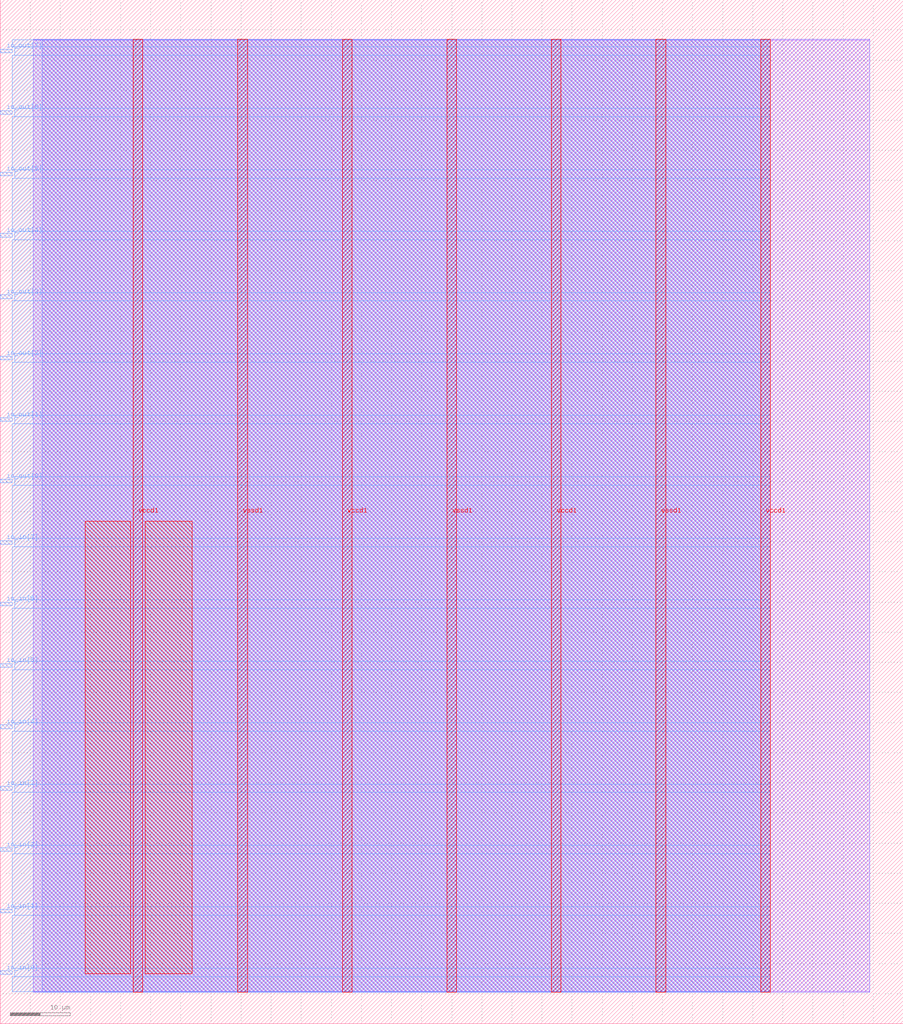
<source format=lef>
VERSION 5.7 ;
  NOWIREEXTENSIONATPIN ON ;
  DIVIDERCHAR "/" ;
  BUSBITCHARS "[]" ;
MACRO user_module_349011320806310484
  CLASS BLOCK ;
  FOREIGN user_module_349011320806310484 ;
  ORIGIN 0.000 0.000 ;
  SIZE 150.000 BY 170.000 ;
  PIN io_in[0]
    DIRECTION INPUT ;
    USE SIGNAL ;
    PORT
      LAYER met3 ;
        RECT 0.000 8.200 2.000 8.800 ;
    END
  END io_in[0]
  PIN io_in[1]
    DIRECTION INPUT ;
    USE SIGNAL ;
    PORT
      LAYER met3 ;
        RECT 0.000 18.400 2.000 19.000 ;
    END
  END io_in[1]
  PIN io_in[2]
    DIRECTION INPUT ;
    USE SIGNAL ;
    PORT
      LAYER met3 ;
        RECT 0.000 28.600 2.000 29.200 ;
    END
  END io_in[2]
  PIN io_in[3]
    DIRECTION INPUT ;
    USE SIGNAL ;
    PORT
      LAYER met3 ;
        RECT 0.000 38.800 2.000 39.400 ;
    END
  END io_in[3]
  PIN io_in[4]
    DIRECTION INPUT ;
    USE SIGNAL ;
    PORT
      LAYER met3 ;
        RECT 0.000 49.000 2.000 49.600 ;
    END
  END io_in[4]
  PIN io_in[5]
    DIRECTION INPUT ;
    USE SIGNAL ;
    PORT
      LAYER met3 ;
        RECT 0.000 59.200 2.000 59.800 ;
    END
  END io_in[5]
  PIN io_in[6]
    DIRECTION INPUT ;
    USE SIGNAL ;
    PORT
      LAYER met3 ;
        RECT 0.000 69.400 2.000 70.000 ;
    END
  END io_in[6]
  PIN io_in[7]
    DIRECTION INPUT ;
    USE SIGNAL ;
    PORT
      LAYER met3 ;
        RECT 0.000 79.600 2.000 80.200 ;
    END
  END io_in[7]
  PIN io_out[0]
    DIRECTION OUTPUT TRISTATE ;
    USE SIGNAL ;
    PORT
      LAYER met3 ;
        RECT 0.000 89.800 2.000 90.400 ;
    END
  END io_out[0]
  PIN io_out[1]
    DIRECTION OUTPUT TRISTATE ;
    USE SIGNAL ;
    PORT
      LAYER met3 ;
        RECT 0.000 100.000 2.000 100.600 ;
    END
  END io_out[1]
  PIN io_out[2]
    DIRECTION OUTPUT TRISTATE ;
    USE SIGNAL ;
    PORT
      LAYER met3 ;
        RECT 0.000 110.200 2.000 110.800 ;
    END
  END io_out[2]
  PIN io_out[3]
    DIRECTION OUTPUT TRISTATE ;
    USE SIGNAL ;
    PORT
      LAYER met3 ;
        RECT 0.000 120.400 2.000 121.000 ;
    END
  END io_out[3]
  PIN io_out[4]
    DIRECTION OUTPUT TRISTATE ;
    USE SIGNAL ;
    PORT
      LAYER met3 ;
        RECT 0.000 130.600 2.000 131.200 ;
    END
  END io_out[4]
  PIN io_out[5]
    DIRECTION OUTPUT TRISTATE ;
    USE SIGNAL ;
    PORT
      LAYER met3 ;
        RECT 0.000 140.800 2.000 141.400 ;
    END
  END io_out[5]
  PIN io_out[6]
    DIRECTION OUTPUT TRISTATE ;
    USE SIGNAL ;
    PORT
      LAYER met3 ;
        RECT 0.000 151.000 2.000 151.600 ;
    END
  END io_out[6]
  PIN io_out[7]
    DIRECTION OUTPUT TRISTATE ;
    USE SIGNAL ;
    PORT
      LAYER met3 ;
        RECT 0.000 161.200 2.000 161.800 ;
    END
  END io_out[7]
  PIN vccd1
    DIRECTION INOUT ;
    USE POWER ;
    PORT
      LAYER met4 ;
        RECT 22.090 5.200 23.690 163.440 ;
    END
    PORT
      LAYER met4 ;
        RECT 56.830 5.200 58.430 163.440 ;
    END
    PORT
      LAYER met4 ;
        RECT 91.570 5.200 93.170 163.440 ;
    END
    PORT
      LAYER met4 ;
        RECT 126.310 5.200 127.910 163.440 ;
    END
  END vccd1
  PIN vssd1
    DIRECTION INOUT ;
    USE GROUND ;
    PORT
      LAYER met4 ;
        RECT 39.460 5.200 41.060 163.440 ;
    END
    PORT
      LAYER met4 ;
        RECT 74.200 5.200 75.800 163.440 ;
    END
    PORT
      LAYER met4 ;
        RECT 108.940 5.200 110.540 163.440 ;
    END
  END vssd1
  OBS
      LAYER li1 ;
        RECT 5.520 5.355 144.440 163.285 ;
      LAYER met1 ;
        RECT 5.520 5.200 144.440 163.440 ;
      LAYER met2 ;
        RECT 6.990 5.255 127.880 163.385 ;
      LAYER met3 ;
        RECT 2.000 162.200 127.900 163.365 ;
        RECT 2.400 160.800 127.900 162.200 ;
        RECT 2.000 152.000 127.900 160.800 ;
        RECT 2.400 150.600 127.900 152.000 ;
        RECT 2.000 141.800 127.900 150.600 ;
        RECT 2.400 140.400 127.900 141.800 ;
        RECT 2.000 131.600 127.900 140.400 ;
        RECT 2.400 130.200 127.900 131.600 ;
        RECT 2.000 121.400 127.900 130.200 ;
        RECT 2.400 120.000 127.900 121.400 ;
        RECT 2.000 111.200 127.900 120.000 ;
        RECT 2.400 109.800 127.900 111.200 ;
        RECT 2.000 101.000 127.900 109.800 ;
        RECT 2.400 99.600 127.900 101.000 ;
        RECT 2.000 90.800 127.900 99.600 ;
        RECT 2.400 89.400 127.900 90.800 ;
        RECT 2.000 80.600 127.900 89.400 ;
        RECT 2.400 79.200 127.900 80.600 ;
        RECT 2.000 70.400 127.900 79.200 ;
        RECT 2.400 69.000 127.900 70.400 ;
        RECT 2.000 60.200 127.900 69.000 ;
        RECT 2.400 58.800 127.900 60.200 ;
        RECT 2.000 50.000 127.900 58.800 ;
        RECT 2.400 48.600 127.900 50.000 ;
        RECT 2.000 39.800 127.900 48.600 ;
        RECT 2.400 38.400 127.900 39.800 ;
        RECT 2.000 29.600 127.900 38.400 ;
        RECT 2.400 28.200 127.900 29.600 ;
        RECT 2.000 19.400 127.900 28.200 ;
        RECT 2.400 18.000 127.900 19.400 ;
        RECT 2.000 9.200 127.900 18.000 ;
        RECT 2.400 7.800 127.900 9.200 ;
        RECT 2.000 5.275 127.900 7.800 ;
      LAYER met4 ;
        RECT 14.095 8.335 21.690 83.465 ;
        RECT 24.090 8.335 31.905 83.465 ;
  END
END user_module_349011320806310484
END LIBRARY


</source>
